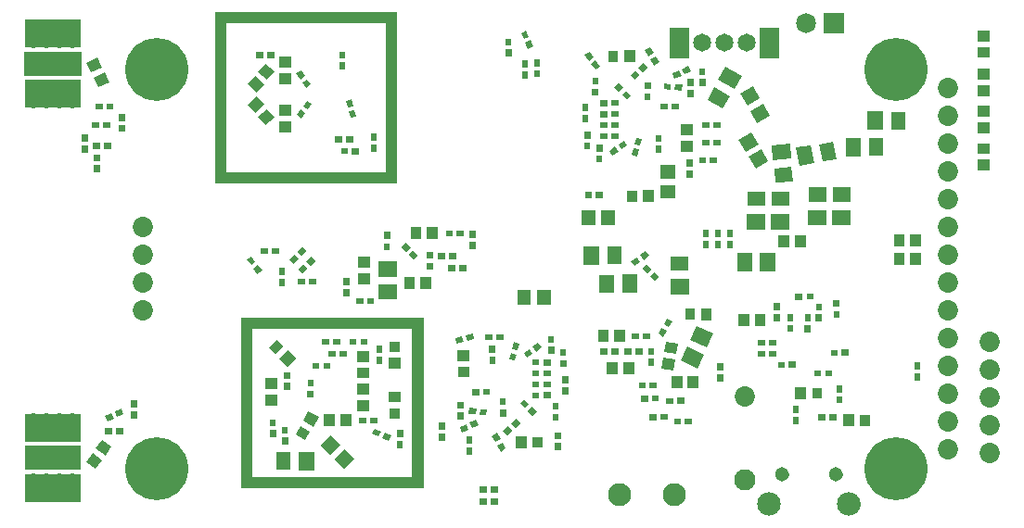
<source format=gbs>
G04 start of page 9 for group -4062 idx -4062 *
G04 Title: v2_0, soldermask *
G04 Creator: pcb 4.2.0 *
G04 CreationDate: Tue Sep 24 08:28:18 2019 UTC *
G04 For: user *
G04 Format: Gerber/RS-274X *
G04 PCB-Dimensions (mm): 140.00 90.00 *
G04 PCB-Coordinate-Origin: lower left *
%MOMM*%
%FSLAX43Y43*%
%LNGBS*%
%ADD137C,1.950*%
%ADD136C,1.100*%
%ADD135C,5.750*%
%ADD134C,2.152*%
%ADD133C,2.102*%
%ADD132C,1.302*%
%ADD131C,1.952*%
%ADD130C,1.552*%
%ADD129C,1.826*%
%ADD128C,0.002*%
%ADD127C,0.852*%
%ADD126C,1.652*%
%ADD125C,1.852*%
G54D125*X103700Y63300D03*
Y60750D03*
Y58200D03*
Y55700D03*
Y53150D03*
Y50600D03*
G54D126*X85300Y67400D03*
X83300D03*
X81300D03*
G54D127*X87400D03*
G54D128*G36*
X92387Y70113D02*Y68287D01*
X94213D01*
Y70113D01*
X92387D01*
G37*
G54D129*X90760Y69200D03*
G54D127*X79200Y67400D03*
G54D130*X22600Y68800D03*
Y67700D03*
X23800Y68800D03*
Y67700D03*
X20200Y68800D03*
Y67700D03*
X21400Y68800D03*
Y67700D03*
X20200Y63300D03*
Y62200D03*
X21400Y63300D03*
X22600D03*
X23800D03*
X21400Y62200D03*
X22600D03*
X23800D03*
G54D125*X30200Y50600D03*
Y48050D03*
Y45500D03*
Y43000D03*
X103700Y48050D03*
Y45500D03*
X85200Y35100D03*
G54D131*Y27500D03*
G54D132*X88550Y28000D03*
X93450D03*
G54D125*X103700Y43000D03*
Y40450D03*
Y37900D03*
Y35350D03*
Y32800D03*
Y30250D03*
G54D133*X78700Y26100D03*
G54D134*X87350Y25300D03*
X94650D03*
G54D133*X73700Y26100D03*
G54D125*X107500Y35000D03*
Y37550D03*
Y40100D03*
Y32500D03*
Y29950D03*
G54D130*X23800Y26200D03*
Y27300D03*
X22600Y26200D03*
Y27300D03*
X21400Y26200D03*
Y27300D03*
X20200Y26200D03*
Y27300D03*
X23800Y31700D03*
Y32800D03*
X22600Y31700D03*
Y32800D03*
X21400Y31700D03*
Y32800D03*
X20200Y31700D03*
Y32800D03*
G54D135*X31500Y65000D03*
X99000Y28500D03*
X31500D03*
X99000Y65000D03*
G54D128*G36*
X101179Y38229D02*X100621D01*
Y37571D01*
X101179D01*
Y38229D01*
G37*
G36*
Y37229D02*X100621D01*
Y36571D01*
X101179D01*
Y37229D01*
G37*
G36*
X101250Y48250D02*X100250D01*
Y47150D01*
X101250D01*
Y48250D01*
G37*
G36*
X99750D02*X98750D01*
Y47150D01*
X99750D01*
Y48250D01*
G37*
G36*
X101250Y49950D02*X100250D01*
Y48850D01*
X101250D01*
Y49950D01*
G37*
G36*
X99750D02*X98750D01*
Y48850D01*
X99750D01*
Y49950D01*
G37*
G36*
X88196Y38254D02*Y37746D01*
X88804D01*
Y38254D01*
X88196D01*
G37*
G36*
X87371Y39279D02*Y38721D01*
X88029D01*
Y39279D01*
X87371D01*
G37*
G36*
X87950Y48250D02*X86550D01*
Y46550D01*
X87950D01*
Y48250D01*
G37*
G36*
X86371Y39279D02*Y38721D01*
X87029D01*
Y39279D01*
X86371D01*
G37*
G36*
X87371Y40279D02*Y39721D01*
X88029D01*
Y40279D01*
X87371D01*
G37*
G36*
X89579Y42629D02*X89021D01*
Y41971D01*
X89579D01*
Y42629D01*
G37*
G36*
X89554Y41604D02*X89046D01*
Y40996D01*
X89554D01*
Y41604D01*
G37*
G36*
X86371Y40279D02*Y39721D01*
X87029D01*
Y40279D01*
X86371D01*
G37*
G36*
X94079Y35129D02*X93521D01*
Y34471D01*
X94079D01*
Y35129D01*
G37*
G36*
Y36129D02*X93521D01*
Y35471D01*
X94079D01*
Y36129D01*
G37*
G36*
X93971Y39379D02*Y38821D01*
X94629D01*
Y39379D01*
X93971D01*
G37*
G36*
X95150Y33450D02*X94150D01*
Y32350D01*
X95150D01*
Y33450D01*
G37*
G36*
X96600Y33400D02*X95700D01*
Y32400D01*
X96600D01*
Y33400D01*
G37*
G36*
X93754Y42904D02*X93246D01*
Y42296D01*
X93754D01*
Y42904D01*
G37*
G36*
X93779Y43929D02*X93221D01*
Y43271D01*
X93779D01*
Y43929D01*
G37*
G36*
X89171Y38279D02*Y37721D01*
X89829D01*
Y38279D01*
X89171D01*
G37*
G36*
X90750Y35950D02*X89750D01*
Y34850D01*
X90750D01*
Y35950D01*
G37*
G36*
X92996Y39354D02*Y38846D01*
X93604D01*
Y39354D01*
X92996D01*
G37*
G36*
X91471Y37479D02*Y36921D01*
X92129D01*
Y37479D01*
X91471D01*
G37*
G36*
X92496Y37454D02*Y36946D01*
X93104D01*
Y37454D01*
X92496D01*
G37*
G36*
X92200Y35900D02*X91300D01*
Y34900D01*
X92200D01*
Y35900D01*
G37*
G36*
X90079Y34229D02*X89521D01*
Y33571D01*
X90079D01*
Y34229D01*
G37*
G36*
Y33229D02*X89521D01*
Y32571D01*
X90079D01*
Y33229D01*
G37*
G36*
X92871Y33479D02*Y32921D01*
X93529D01*
Y33479D01*
X92871D01*
G37*
G36*
X91871D02*Y32921D01*
X92529D01*
Y33479D01*
X91871D01*
G37*
G54D136*X88500Y28000D02*X88600D01*
X93400D02*X93500D01*
G54D137*X87300Y25300D02*X87400D01*
X94600D02*X94700D01*
G54D128*G36*
X88379Y43629D02*X87821D01*
Y42971D01*
X88379D01*
Y43629D01*
G37*
G36*
Y42629D02*X87821D01*
Y41971D01*
X88379D01*
Y42629D01*
G37*
G36*
X85550Y42650D02*X84550D01*
Y41550D01*
X85550D01*
Y42650D01*
G37*
G36*
X87050D02*X86050D01*
Y41550D01*
X87050D01*
Y42650D01*
G37*
G36*
X91154Y42604D02*X90646D01*
Y41996D01*
X91154D01*
Y42604D01*
G37*
G36*
X92154Y43604D02*X91646D01*
Y42996D01*
X92154D01*
Y43604D01*
G37*
G36*
X92179Y42629D02*X91621D01*
Y41971D01*
X92179D01*
Y42629D01*
G37*
G36*
X91179Y41629D02*X90621D01*
Y40971D01*
X91179D01*
Y41629D01*
G37*
G36*
X83179Y38129D02*X82621D01*
Y37471D01*
X83179D01*
Y38129D01*
G37*
G36*
Y37129D02*X82621D01*
Y36471D01*
X83179D01*
Y37129D01*
G37*
G36*
X76471Y36379D02*Y35821D01*
X77129D01*
Y36379D01*
X76471D01*
G37*
G36*
X75496Y36354D02*Y35846D01*
X76104D01*
Y36354D01*
X75496D01*
G37*
G36*
X76879Y38529D02*X76321D01*
Y37871D01*
X76879D01*
Y38529D01*
G37*
G36*
Y39529D02*X76321D01*
Y38871D01*
X76879D01*
Y39529D01*
G37*
G36*
X76918Y46441D02*X76559Y46082D01*
X76989Y45652D01*
X77348Y46011D01*
X76918Y46441D01*
G37*
G36*
X76211Y47183D02*X75817Y46789D01*
X76282Y46324D01*
X76676Y46718D01*
X76211Y47183D01*
G37*
G36*
X76439Y47947D02*X76119Y48404D01*
X75580Y48027D01*
X75900Y47570D01*
X76439Y47947D01*
G37*
G36*
X75620Y47373D02*X75300Y47830D01*
X74761Y47453D01*
X75081Y46996D01*
X75620Y47373D01*
G37*
G36*
X75050Y38250D02*X74050D01*
Y37150D01*
X75050D01*
Y38250D01*
G37*
G36*
X75671Y35179D02*Y34621D01*
X76329D01*
Y35179D01*
X75671D01*
G37*
G36*
X76696Y35154D02*Y34646D01*
X77304D01*
Y35154D01*
X76696D01*
G37*
G36*
X73550Y38250D02*X72550D01*
Y37150D01*
X73550D01*
Y38250D01*
G37*
G36*
X72971Y39479D02*Y38921D01*
X73629D01*
Y39479D01*
X72971D01*
G37*
G36*
X71971D02*Y38921D01*
X72629D01*
Y39479D01*
X71971D01*
G37*
G36*
X72750Y41150D02*X71750D01*
Y40050D01*
X72750D01*
Y41150D01*
G37*
G36*
X74250D02*X73250D01*
Y40050D01*
X74250D01*
Y41150D01*
G37*
G36*
X74171Y39479D02*Y38921D01*
X74829D01*
Y39479D01*
X74171D01*
G37*
G36*
X75171D02*Y38921D01*
X75829D01*
Y39479D01*
X75171D01*
G37*
G36*
X74871Y40879D02*Y40321D01*
X75529D01*
Y40879D01*
X74871D01*
G37*
G36*
X75871D02*Y40321D01*
X76529D01*
Y40879D01*
X75871D01*
G37*
G36*
X79671Y33079D02*Y32521D01*
X80329D01*
Y33079D01*
X79671D01*
G37*
G36*
X80769Y41545D02*X80178Y40276D01*
X81719Y39558D01*
X82310Y40827D01*
X80769Y41545D01*
G37*
G36*
X80600Y43100D02*X79700D01*
Y42100D01*
X80600D01*
Y43100D01*
G37*
G36*
X82150Y43150D02*X81150D01*
Y42050D01*
X82150D01*
Y43150D01*
G37*
G36*
X80950Y36950D02*X79950D01*
Y35850D01*
X80950D01*
Y36950D01*
G37*
G36*
X79450D02*X78450D01*
Y35850D01*
X79450D01*
Y36950D01*
G37*
G36*
X78971Y34979D02*Y34421D01*
X79629D01*
Y34979D01*
X78971D01*
G37*
G36*
X77996Y34954D02*Y34446D01*
X78604D01*
Y34954D01*
X77996D01*
G37*
G36*
X77976Y40127D02*X77802Y39142D01*
X78885Y38951D01*
X79059Y39935D01*
X77976Y40127D01*
G37*
G36*
X78056Y41113D02*X77573Y41391D01*
X77244Y40821D01*
X77727Y40543D01*
X78056Y41113D01*
G37*
G36*
X78522Y41969D02*X78082Y42223D01*
X77778Y41697D01*
X78218Y41443D01*
X78522Y41969D01*
G37*
G36*
X77715Y38649D02*X77541Y37665D01*
X78624Y37473D01*
X78798Y38458D01*
X77715Y38649D01*
G37*
G36*
X79881Y39642D02*X79290Y38373D01*
X80831Y37655D01*
X81422Y38924D01*
X79881Y39642D01*
G37*
G36*
X78696Y33054D02*Y32546D01*
X79304D01*
Y33054D01*
X78696D01*
G37*
G36*
X77496Y33454D02*Y32946D01*
X78104D01*
Y33454D01*
X77496D01*
G37*
G36*
X76471Y33479D02*Y32921D01*
X77129D01*
Y33479D01*
X76471D01*
G37*
G36*
X71525Y52125D02*X70275D01*
Y50775D01*
X71525D01*
Y52125D01*
G37*
G36*
X73325D02*X72075D01*
Y50775D01*
X73325D01*
Y52125D01*
G37*
G36*
X93150Y52150D02*Y50750D01*
X94850D01*
Y52150D01*
X93150D01*
G37*
G36*
X93200Y54200D02*Y52900D01*
X94800D01*
Y54200D01*
X93200D01*
G37*
G36*
X90950Y52150D02*Y50750D01*
X92650D01*
Y52150D01*
X90950D01*
G37*
G36*
X91000Y54200D02*Y52900D01*
X92600D01*
Y54200D01*
X91000D01*
G37*
G36*
X89771Y44479D02*Y43921D01*
X90429D01*
Y44479D01*
X89771D01*
G37*
G36*
X90750Y49850D02*X89750D01*
Y48750D01*
X90750D01*
Y49850D01*
G37*
G36*
X89250D02*X88250D01*
Y48750D01*
X89250D01*
Y49850D01*
G37*
G36*
X90796Y44454D02*Y43946D01*
X91404D01*
Y44454D01*
X90796D01*
G37*
G36*
X85350Y51750D02*Y50350D01*
X87050D01*
Y51750D01*
X85350D01*
G37*
G36*
X85400Y53800D02*Y52500D01*
X87000D01*
Y53800D01*
X85400D01*
G37*
G36*
X87550Y51750D02*Y50350D01*
X89250D01*
Y51750D01*
X87550D01*
G37*
G36*
X87600Y53800D02*Y52500D01*
X89200D01*
Y53800D01*
X87600D01*
G37*
G36*
X85850Y48250D02*X84450D01*
Y46550D01*
X85850D01*
Y48250D01*
G37*
G36*
X61471Y40779D02*Y40221D01*
X62129D01*
Y40779D01*
X61471D01*
G37*
G36*
X58950Y39350D02*Y38350D01*
X60050D01*
Y39350D01*
X58950D01*
G37*
G36*
X59000Y37800D02*Y36900D01*
X60000D01*
Y37800D01*
X59000D01*
G37*
G36*
X60473Y40345D02*X60329Y40884D01*
X59693Y40714D01*
X59837Y40175D01*
X60473Y40345D01*
G37*
G36*
X59507Y40086D02*X59363Y40625D01*
X58727Y40455D01*
X58871Y39916D01*
X59507Y40086D01*
G37*
G36*
X62379Y39729D02*X61821D01*
Y39071D01*
X62379D01*
Y39729D01*
G37*
G36*
X62354Y38704D02*X61846D01*
Y38096D01*
X62354D01*
Y38704D01*
G37*
G36*
X61296Y35754D02*Y35246D01*
X61904D01*
Y35754D01*
X61296D01*
G37*
G36*
X60271Y35779D02*Y35221D01*
X60929D01*
Y35779D01*
X60271D01*
G37*
G36*
X65011Y34848D02*X64652Y34489D01*
X65082Y34059D01*
X65441Y34418D01*
X65011Y34848D01*
G37*
G36*
X65718Y34176D02*X65324Y33782D01*
X65789Y33317D01*
X66183Y33711D01*
X65718Y34176D01*
G37*
G36*
X63379Y33929D02*X62821D01*
Y33271D01*
X63379D01*
Y33929D01*
G37*
G36*
X66700Y31400D02*X65800D01*
Y30400D01*
X66700D01*
Y31400D01*
G37*
G36*
X65250Y31450D02*X64250D01*
Y30350D01*
X65250D01*
Y31450D01*
G37*
G36*
X63027Y30891D02*X62544Y30613D01*
X62873Y30043D01*
X63356Y30321D01*
X63027Y30891D01*
G37*
G36*
X62527Y31757D02*X62044Y31479D01*
X62373Y30909D01*
X62856Y31187D01*
X62527Y31757D01*
G37*
G36*
X64714Y32619D02*X64356Y33047D01*
X63852Y32624D01*
X64210Y32196D01*
X64714Y32619D01*
G37*
G36*
X63948Y31976D02*X63590Y32404D01*
X63086Y31981D01*
X63444Y31553D01*
X63948Y31976D01*
G37*
G36*
X59479Y33629D02*X58921D01*
Y32971D01*
X59479D01*
Y33629D01*
G37*
G36*
X59963Y32075D02*X59727Y32580D01*
X59131Y32303D01*
X59366Y31797D01*
X59963Y32075D01*
G37*
G36*
X60869Y32497D02*X60634Y33003D01*
X60037Y32725D01*
X60273Y32220D01*
X60869Y32497D01*
G37*
G36*
X59479Y34629D02*X58921D01*
Y33971D01*
X59479D01*
Y34629D01*
G37*
G36*
X55825Y42325D02*X54775D01*
Y26675D01*
X55825D01*
Y42325D01*
G37*
G36*
X57779Y32729D02*X57221D01*
Y32071D01*
X57779D01*
Y32729D01*
G37*
G36*
Y31729D02*X57221D01*
Y31071D01*
X57779D01*
Y31729D01*
G37*
G36*
X61018Y33945D02*X60974Y33439D01*
X61579Y33386D01*
X61623Y33892D01*
X61018Y33945D01*
G37*
G36*
X61971Y25779D02*Y25221D01*
X62629D01*
Y25779D01*
X61971D01*
G37*
G36*
X60971D02*Y25221D01*
X61629D01*
Y25779D01*
X60971D01*
G37*
G36*
X61971Y26879D02*Y26321D01*
X62629D01*
Y26879D01*
X61971D01*
G37*
G36*
X60971D02*Y26321D01*
X61629D01*
Y26879D01*
X60971D01*
G37*
G36*
X59999Y34059D02*X59950Y33503D01*
X60606Y33446D01*
X60654Y34002D01*
X59999Y34059D01*
G37*
G36*
X60254Y30404D02*X59746D01*
Y29796D01*
X60254D01*
Y30404D01*
G37*
G36*
X60279Y31429D02*X59721D01*
Y30771D01*
X60279D01*
Y31429D01*
G37*
G36*
X51378Y32170D02*X51164Y31709D01*
X51715Y31453D01*
X51930Y31913D01*
X51378Y32170D01*
G37*
G36*
X52273Y31780D02*X52037Y31275D01*
X52634Y30997D01*
X52869Y31503D01*
X52273Y31780D01*
G37*
G36*
X42354Y33004D02*X41846D01*
Y32396D01*
X42354D01*
Y33004D01*
G37*
G36*
X42379Y32029D02*X41821D01*
Y31371D01*
X42379D01*
Y32029D01*
G37*
G36*
X43454Y32304D02*X42946D01*
Y31696D01*
X43454D01*
Y32304D01*
G37*
G36*
X43479Y31329D02*X42921D01*
Y30671D01*
X43479D01*
Y31329D01*
G37*
G36*
X44591Y32387D02*X44141Y31607D01*
X45007Y31107D01*
X45457Y31887D01*
X44591Y32387D01*
G37*
G36*
X45323Y33754D02*X44823Y32888D01*
X45775Y32338D01*
X46275Y33204D01*
X45323Y33754D01*
G37*
G36*
X50996Y33154D02*Y32646D01*
X51604D01*
Y33154D01*
X50996D01*
G37*
G36*
X49971Y33179D02*Y32621D01*
X50629D01*
Y33179D01*
X49971D01*
G37*
G36*
X49750Y34750D02*Y33750D01*
X50850D01*
Y34750D01*
X49750D01*
G37*
G36*
X53750Y34550D02*X53750Y35550D01*
X52650Y35550D01*
X52650Y34550D01*
X53750Y34550D01*
G37*
G36*
X52700Y34000D02*Y33100D01*
X53700D01*
Y34000D01*
X52700D01*
G37*
G36*
X49750Y36250D02*Y35250D01*
X50850D01*
Y36250D01*
X49750D01*
G37*
G36*
X53954Y31004D02*X53446D01*
Y30396D01*
X53954D01*
Y31004D01*
G37*
G36*
X53979Y32029D02*X53421D01*
Y31371D01*
X53979D01*
Y32029D01*
G37*
G36*
X39175Y27725D02*Y26675D01*
X55825D01*
Y27725D01*
X39175D01*
G37*
G36*
X40225Y42325D02*X39175D01*
Y26675D01*
X40225D01*
Y42325D01*
G37*
G36*
X41350Y35250D02*Y34250D01*
X42450D01*
Y35250D01*
X41350D01*
G37*
G36*
X43700Y30000D02*X42400D01*
Y28400D01*
X43700D01*
Y30000D01*
G37*
G36*
X41350Y36750D02*Y35750D01*
X42450D01*
Y36750D01*
X41350D01*
G37*
G36*
X43679Y37329D02*X43121D01*
Y36671D01*
X43679D01*
Y37329D01*
G37*
G36*
Y36329D02*X43121D01*
Y35671D01*
X43679D01*
Y36329D01*
G37*
G36*
X44173Y38605D02*X43466Y39312D01*
X42688Y38534D01*
X43395Y37827D01*
X44173Y38605D01*
G37*
G36*
X43041Y39666D02*X42405Y40302D01*
X41698Y39595D01*
X42334Y38959D01*
X43041Y39666D01*
G37*
G36*
X46696Y38154D02*Y37646D01*
X47304D01*
Y38154D01*
X46696D01*
G37*
G36*
X45671Y38179D02*Y37621D01*
X46329D01*
Y38179D01*
X45671D01*
G37*
G36*
X45779Y35629D02*X45221D01*
Y34971D01*
X45779D01*
Y35629D01*
G37*
G36*
X45754Y36604D02*X45246D01*
Y35996D01*
X45754D01*
Y36604D01*
G37*
G36*
X49750Y39250D02*Y38250D01*
X50850D01*
Y39250D01*
X49750D01*
G37*
G36*
X45850Y30050D02*X44450D01*
Y28350D01*
X45850D01*
Y30050D01*
G37*
G36*
X49250Y33450D02*X48250D01*
Y32350D01*
X49250D01*
Y33450D01*
G37*
G36*
X47750D02*X46750D01*
Y32350D01*
X47750D01*
Y33450D01*
G37*
G36*
X49520Y29407D02*X48635Y30289D01*
X47682Y29333D01*
X48567Y28450D01*
X49520Y29407D01*
G37*
G36*
X48248Y30676D02*X47365Y31562D01*
X46409Y30609D01*
X47291Y29723D01*
X48248Y30676D01*
G37*
G36*
X49750Y37750D02*Y36750D01*
X50850D01*
Y37750D01*
X49750D01*
G37*
G36*
X52079Y38729D02*X51521D01*
Y38071D01*
X52079D01*
Y38729D01*
G37*
G36*
Y39729D02*X51521D01*
Y39071D01*
X52079D01*
Y39729D01*
G37*
G36*
X52700Y40100D02*Y39200D01*
X53700D01*
Y40100D01*
X52700D01*
G37*
G36*
X52650Y38650D02*Y37650D01*
X53750D01*
Y38650D01*
X52650D01*
G37*
G36*
X41971Y48679D02*Y48121D01*
X42629D01*
Y48679D01*
X41971D01*
G37*
G36*
X40996Y48654D02*Y48146D01*
X41604D01*
Y48654D01*
X40996D01*
G37*
G36*
X52754Y49104D02*X52246D01*
Y48496D01*
X52754D01*
Y49104D01*
G37*
G36*
X52779Y50129D02*X52221D01*
Y49471D01*
X52779D01*
Y50129D01*
G37*
G36*
X49850Y46350D02*Y45350D01*
X50950D01*
Y46350D01*
X49850D01*
G37*
G36*
X51750Y47450D02*Y46050D01*
X53450D01*
Y47450D01*
X51750D01*
G37*
G36*
Y45350D02*Y43950D01*
X53450D01*
Y45350D01*
X51750D01*
G37*
G36*
X54889Y48447D02*X54494Y48052D01*
X54960Y47587D01*
X55354Y47982D01*
X54889Y48447D01*
G37*
G36*
X54182Y49154D02*X53787Y48760D01*
X54252Y48294D01*
X54647Y48689D01*
X54182Y49154D01*
G37*
G36*
X49850Y47850D02*Y46850D01*
X50950D01*
Y47850D01*
X49850D01*
G37*
G36*
X55050Y46050D02*X54050D01*
Y44950D01*
X55050D01*
Y46050D01*
G37*
G36*
X56550D02*X55550D01*
Y44950D01*
X56550D01*
Y46050D01*
G37*
G36*
X40147Y47904D02*X39731Y47613D01*
X40080Y47115D01*
X40496Y47406D01*
X40147Y47904D01*
G37*
G36*
X40727Y47120D02*X40270Y46800D01*
X40647Y46261D01*
X41104Y46581D01*
X40727Y47120D01*
G37*
G36*
X43179Y46829D02*X42621D01*
Y46171D01*
X43179D01*
Y46829D01*
G37*
G36*
X44476Y47682D02*X44082Y48076D01*
X43617Y47611D01*
X44011Y47217D01*
X44476Y47682D01*
G37*
G36*
X45183Y48389D02*X44789Y48783D01*
X44324Y48318D01*
X44718Y47924D01*
X45183Y48389D01*
G37*
G36*
X45276Y46782D02*X44882Y47176D01*
X44417Y46711D01*
X44811Y46317D01*
X45276Y46782D01*
G37*
G36*
X45983Y47489D02*X45589Y47883D01*
X45124Y47418D01*
X45518Y47024D01*
X45983Y47489D01*
G37*
G36*
X57150Y50550D02*X56150D01*
Y49450D01*
X57150D01*
Y50550D01*
G37*
G36*
X55650D02*X54650D01*
Y49450D01*
X55650D01*
Y50550D01*
G37*
G36*
X60579Y49229D02*X60021D01*
Y48571D01*
X60579D01*
Y49229D01*
G37*
G36*
Y50229D02*X60021D01*
Y49571D01*
X60579D01*
Y50229D01*
G37*
G36*
X58871Y50279D02*Y49721D01*
X59529D01*
Y50279D01*
X58871D01*
G37*
G36*
X57871D02*Y49721D01*
X58529D01*
Y50279D01*
X57871D01*
G37*
G36*
X57171Y48179D02*Y47621D01*
X57829D01*
Y48179D01*
X57171D01*
G37*
G36*
X58171D02*Y47621D01*
X58829D01*
Y48179D01*
X58171D01*
G37*
G36*
X56679Y48329D02*X56121D01*
Y47671D01*
X56679D01*
Y48329D01*
G37*
G36*
Y47329D02*X56121D01*
Y46671D01*
X56679D01*
Y47329D01*
G37*
G36*
X68379Y30829D02*X67821D01*
Y30171D01*
X68379D01*
Y30829D01*
G37*
G36*
Y31829D02*X67821D01*
Y31171D01*
X68379D01*
Y31829D01*
G37*
G36*
X68154Y33504D02*X67646D01*
Y32896D01*
X68154D01*
Y33504D01*
G37*
G36*
X68179Y34529D02*X67621D01*
Y33871D01*
X68179D01*
Y34529D01*
G37*
G36*
X62471Y40779D02*Y40221D01*
X63129D01*
Y40779D01*
X62471D01*
G37*
G36*
X67754Y40604D02*X67246D01*
Y39996D01*
X67754D01*
Y40604D01*
G37*
G36*
X67779Y39629D02*X67221D01*
Y38971D01*
X67779D01*
Y39629D01*
G37*
G36*
X65796Y38454D02*Y37946D01*
X66404D01*
Y38454D01*
X65796D01*
G37*
G36*
X66771Y38479D02*Y37921D01*
X67429D01*
Y38479D01*
X66771D01*
G37*
G36*
X65785Y38980D02*X65494Y39396D01*
X64996Y39047D01*
X65287Y38631D01*
X65785Y38980D01*
G37*
G36*
X66639Y39547D02*X66319Y40004D01*
X65780Y39627D01*
X66100Y39170D01*
X66639Y39547D01*
G37*
G36*
X64584Y39929D02*X64045Y40073D01*
X63875Y39437D01*
X64414Y39293D01*
X64584Y39929D01*
G37*
G36*
X64295Y38945D02*X63804Y39076D01*
X63646Y38489D01*
X64137Y38358D01*
X64295Y38945D01*
G37*
G36*
X67425Y44825D02*X66175D01*
Y43475D01*
X67425D01*
Y44825D01*
G37*
G36*
X65625D02*X64375D01*
Y43475D01*
X65625D01*
Y44825D01*
G37*
G36*
X39175Y42325D02*Y41275D01*
X55825D01*
Y42325D01*
X39175D01*
G37*
G36*
X47596Y40354D02*Y39846D01*
X48204D01*
Y40354D01*
X47596D01*
G37*
G36*
X46571Y40379D02*Y39821D01*
X47229D01*
Y40379D01*
X46571D01*
G37*
G36*
X48196Y39254D02*Y38746D01*
X48804D01*
Y39254D01*
X48196D01*
G37*
G36*
X47171Y39279D02*Y38721D01*
X47829D01*
Y39279D01*
X47171D01*
G37*
G36*
X49079Y45929D02*X48521D01*
Y45271D01*
X49079D01*
Y45929D01*
G37*
G36*
Y44929D02*X48521D01*
Y44271D01*
X49079D01*
Y44929D01*
G37*
G36*
X49096Y40354D02*Y39846D01*
X49704D01*
Y40354D01*
X49096D01*
G37*
G36*
X50071Y40379D02*Y39821D01*
X50729D01*
Y40379D01*
X50071D01*
G37*
G36*
X49671Y44079D02*Y43521D01*
X50329D01*
Y44079D01*
X49671D01*
G37*
G36*
X50696Y44054D02*Y43546D01*
X51304D01*
Y44054D01*
X50696D01*
G37*
G36*
X43179Y45829D02*X42621D01*
Y45171D01*
X43179D01*
Y45829D01*
G37*
G36*
X45371Y45879D02*Y45321D01*
X46029D01*
Y45879D01*
X45371D01*
G37*
G36*
X44371D02*Y45321D01*
X45029D01*
Y45879D01*
X44371D01*
G37*
G36*
X69079Y36929D02*X68521D01*
Y36271D01*
X69079D01*
Y36929D01*
G37*
G36*
Y35929D02*X68521D01*
Y35271D01*
X69079D01*
Y35929D01*
G37*
G36*
X68854Y39404D02*X68346D01*
Y38796D01*
X68854D01*
Y39404D01*
G37*
G36*
X68879Y38429D02*X68321D01*
Y37771D01*
X68879D01*
Y38429D01*
G37*
G36*
X65796Y36454D02*Y35946D01*
X66404D01*
Y36454D01*
X65796D01*
G37*
G36*
X66771Y37479D02*Y36921D01*
X67429D01*
Y37479D01*
X66771D01*
G37*
G36*
X65796Y37454D02*Y36946D01*
X66404D01*
Y37454D01*
X65796D01*
G37*
G36*
X66771Y36479D02*Y35921D01*
X67429D01*
Y36479D01*
X66771D01*
G37*
G36*
X65796Y35454D02*Y34946D01*
X66404D01*
Y35454D01*
X65796D01*
G37*
G36*
X66771Y35479D02*Y34921D01*
X67429D01*
Y35479D01*
X66771D01*
G37*
G36*
X63354Y34904D02*X62846D01*
Y34296D01*
X63354D01*
Y34904D01*
G37*
G36*
X19400Y66600D02*Y64400D01*
X24600D01*
Y66600D01*
X19400D01*
G37*
G36*
X19475Y64025D02*Y61475D01*
X24525D01*
Y64025D01*
X19475D01*
G37*
G36*
Y69525D02*Y66975D01*
X24525D01*
Y69525D01*
X19475D01*
G37*
G36*
X19425Y30575D02*Y28425D01*
X24575D01*
Y30575D01*
X19425D01*
G37*
G36*
X19475Y28025D02*Y25475D01*
X24525D01*
Y28025D01*
X19475D01*
G37*
G36*
Y33525D02*Y30975D01*
X24525D01*
Y33525D01*
X19475D01*
G37*
G36*
X25179Y58029D02*X24621D01*
Y57371D01*
X25179D01*
Y58029D01*
G37*
G36*
Y59029D02*X24621D01*
Y58371D01*
X25179D01*
Y59029D01*
G37*
G36*
X25671Y58279D02*Y57721D01*
X26329D01*
Y58279D01*
X25671D01*
G37*
G36*
X26671D02*Y57721D01*
X27329D01*
Y58279D01*
X26671D01*
G37*
G36*
X26279Y56229D02*X25721D01*
Y55571D01*
X26279D01*
Y56229D01*
G37*
G36*
Y57229D02*X25721D01*
Y56571D01*
X26279D01*
Y57229D01*
G37*
G36*
X25571Y60179D02*Y59621D01*
X26229D01*
Y60179D01*
X25571D01*
G37*
G36*
X26571D02*Y59621D01*
X27229D01*
Y60179D01*
X26571D01*
G37*
G36*
X25871Y61879D02*Y61321D01*
X26529D01*
Y61879D01*
X25871D01*
G37*
G36*
X26871D02*Y61321D01*
X27529D01*
Y61879D01*
X26871D01*
G37*
G36*
X28579Y60929D02*X28021D01*
Y60271D01*
X28579D01*
Y60929D01*
G37*
G36*
Y59929D02*X28021D01*
Y59271D01*
X28579D01*
Y59929D01*
G37*
G36*
X27127Y63799D02*X26704Y64706D01*
X25707Y64241D01*
X26129Y63335D01*
X27127Y63799D01*
G37*
G36*
X26493Y65159D02*X26071Y66065D01*
X25073Y65601D01*
X25496Y64694D01*
X26493Y65159D01*
G37*
G36*
X26466Y31139D02*X25893Y30320D01*
X26794Y29689D01*
X27367Y30509D01*
X26466Y31139D01*
G37*
G36*
X25606Y29911D02*X25033Y29091D01*
X25934Y28461D01*
X26507Y29280D01*
X25606Y29911D01*
G37*
G36*
X26771Y32179D02*Y31621D01*
X27429D01*
Y32179D01*
X26771D01*
G37*
G36*
X27771D02*Y31621D01*
X28429D01*
Y32179D01*
X27771D01*
G37*
G36*
X29679Y33729D02*X29121D01*
Y33071D01*
X29679D01*
Y33729D01*
G37*
G36*
Y34729D02*X29121D01*
Y34071D01*
X29679D01*
Y34729D01*
G37*
G36*
X27563Y33075D02*X27327Y33580D01*
X26731Y33303D01*
X26966Y32797D01*
X27563Y33075D01*
G37*
G36*
X28469Y33497D02*X28234Y34003D01*
X27637Y33725D01*
X27873Y33220D01*
X28469Y33497D01*
G37*
G36*
X53425Y70225D02*X52375D01*
Y54575D01*
X53425D01*
Y70225D01*
G37*
G36*
X59071Y47079D02*Y46521D01*
X59729D01*
Y47079D01*
X59071D01*
G37*
G36*
X58071D02*Y46521D01*
X58729D01*
Y47079D01*
X58071D01*
G37*
G36*
X42650Y61750D02*Y60750D01*
X43750D01*
Y61750D01*
X42650D01*
G37*
G36*
Y60250D02*Y59250D01*
X43750D01*
Y60250D01*
X42650D01*
G37*
G36*
X42225Y60596D02*X41582Y61362D01*
X40739Y60655D01*
X41382Y59889D01*
X42225Y60596D01*
G37*
G36*
X45070Y61024D02*X44613Y61345D01*
X44235Y60806D01*
X44692Y60486D01*
X45070Y61024D01*
G37*
G36*
X45609Y61837D02*X45192Y62129D01*
X44844Y61631D01*
X45260Y61339D01*
X45609Y61837D01*
G37*
G36*
X45220Y64085D02*X44804Y63794D01*
X45153Y63296D01*
X45569Y63587D01*
X45220Y64085D01*
G37*
G36*
X49496Y61276D02*X49005Y61145D01*
X49163Y60558D01*
X49654Y60689D01*
X49496Y61276D01*
G37*
G36*
X49255Y62273D02*X48716Y62129D01*
X48886Y61493D01*
X49425Y61637D01*
X49255Y62273D01*
G37*
G36*
X48771Y58879D02*Y58321D01*
X49429D01*
Y58879D01*
X48771D01*
G37*
G36*
X47771D02*Y58321D01*
X48429D01*
Y58879D01*
X47771D01*
G37*
G36*
X51554Y59104D02*X51046D01*
Y58496D01*
X51554D01*
Y59104D01*
G37*
G36*
X51579Y58129D02*X51021D01*
Y57471D01*
X51579D01*
Y58129D01*
G37*
G36*
X48296Y57754D02*Y57246D01*
X48904D01*
Y57754D01*
X48296D01*
G37*
G36*
X49271Y57779D02*Y57221D01*
X49929D01*
Y57779D01*
X49271D01*
G37*
G36*
X36775Y55625D02*Y54575D01*
X53425D01*
Y55625D01*
X36775D01*
G37*
G36*
X37825Y70225D02*X36775D01*
Y54575D01*
X37825D01*
Y70225D01*
G37*
G36*
X40571Y66579D02*Y66021D01*
X41229D01*
Y66579D01*
X40571D01*
G37*
G36*
X40418Y64362D02*X39775Y63596D01*
X40618Y62889D01*
X41261Y63655D01*
X40418Y64362D01*
G37*
G36*
X41261Y61745D02*X40618Y62511D01*
X39775Y61804D01*
X40418Y61038D01*
X41261Y61745D01*
G37*
G36*
X41571Y66579D02*Y66021D01*
X42229D01*
Y66579D01*
X41571D01*
G37*
G36*
X42650Y64650D02*Y63650D01*
X43750D01*
Y64650D01*
X42650D01*
G37*
G36*
Y66150D02*Y65150D01*
X43750D01*
Y66150D01*
X42650D01*
G37*
G36*
X41382Y65511D02*X40739Y64745D01*
X41582Y64038D01*
X42225Y64804D01*
X41382Y65511D01*
G37*
G36*
X44653Y64939D02*X44196Y64619D01*
X44573Y64080D01*
X45030Y64400D01*
X44653Y64939D01*
G37*
G36*
X36775Y70225D02*Y69175D01*
X53425D01*
Y70225D01*
X36775D01*
G37*
G36*
X48654Y66604D02*X48146D01*
Y65996D01*
X48654D01*
Y66604D01*
G37*
G36*
X48679Y65629D02*X48121D01*
Y64971D01*
X48679D01*
Y65629D01*
G37*
G36*
X63879Y66829D02*X63321D01*
Y66171D01*
X63879D01*
Y66829D01*
G37*
G36*
X63854Y67804D02*X63346D01*
Y67196D01*
X63854D01*
Y67804D01*
G37*
G36*
X65379Y65829D02*X64821D01*
Y65171D01*
X65379D01*
Y65829D01*
G37*
G36*
X66479Y65929D02*X65921D01*
Y65271D01*
X66479D01*
Y65929D01*
G37*
G36*
X65616Y67662D02*X65111Y67427D01*
X65389Y66830D01*
X65894Y67066D01*
X65616Y67662D01*
G37*
G36*
X65182Y68536D02*X64721Y68321D01*
X64978Y67770D01*
X65439Y67985D01*
X65182Y68536D01*
G37*
G36*
X65379Y64829D02*X64821D01*
Y64171D01*
X65379D01*
Y64829D01*
G37*
G36*
X66479Y64929D02*X65921D01*
Y64271D01*
X66479D01*
Y64929D01*
G37*
G36*
X71754Y64204D02*X71246D01*
Y63596D01*
X71754D01*
Y64204D01*
G37*
G36*
X77579Y58029D02*X77021D01*
Y57371D01*
X77579D01*
Y58029D01*
G37*
G36*
X77554Y59004D02*X77046D01*
Y58396D01*
X77554D01*
Y59004D01*
G37*
G36*
X80379Y55729D02*X79821D01*
Y55071D01*
X80379D01*
Y55729D01*
G37*
G36*
X77475Y54425D02*Y53175D01*
X78825D01*
Y54425D01*
X77475D01*
G37*
G36*
Y56225D02*Y54975D01*
X78825D01*
Y56225D01*
X77475D01*
G37*
G36*
X80379Y56729D02*X79821D01*
Y56071D01*
X80379D01*
Y56729D01*
G37*
G36*
X79350Y58450D02*Y57450D01*
X80450D01*
Y58450D01*
X79350D01*
G37*
G36*
Y59950D02*Y58950D01*
X80450D01*
Y59950D01*
X79350D01*
G37*
G36*
X71971Y61179D02*Y60621D01*
X72629D01*
Y61179D01*
X71971D01*
G37*
G36*
X70879Y60829D02*X70321D01*
Y60171D01*
X70879D01*
Y60829D01*
G37*
G36*
Y61829D02*X70321D01*
Y61171D01*
X70879D01*
Y61829D01*
G37*
G36*
X71971Y62179D02*Y61621D01*
X72629D01*
Y62179D01*
X71971D01*
G37*
G36*
X71779Y63229D02*X71221D01*
Y62571D01*
X71779D01*
Y63229D01*
G37*
G36*
X70571Y53779D02*Y53221D01*
X71229D01*
Y53779D01*
X70571D01*
G37*
G36*
X71571D02*Y53221D01*
X72229D01*
Y53779D01*
X71571D01*
G37*
G36*
X71079Y59329D02*X70521D01*
Y58671D01*
X71079D01*
Y59329D01*
G37*
G36*
X71971Y60179D02*Y59621D01*
X72629D01*
Y60179D01*
X71971D01*
G37*
G36*
X72154Y57104D02*X71646D01*
Y56496D01*
X72154D01*
Y57104D01*
G37*
G36*
X72179Y58129D02*X71621D01*
Y57471D01*
X72179D01*
Y58129D01*
G37*
G36*
X71054Y58304D02*X70546D01*
Y57696D01*
X71054D01*
Y58304D01*
G37*
G36*
X71971Y59179D02*Y58621D01*
X72629D01*
Y59179D01*
X71971D01*
G37*
G36*
X72996Y61154D02*Y60646D01*
X73604D01*
Y61154D01*
X72996D01*
G37*
G36*
Y60154D02*Y59646D01*
X73604D01*
Y60154D01*
X72996D01*
G37*
G36*
X75525Y57663D02*X74986Y57807D01*
X74816Y57171D01*
X75355Y57027D01*
X75525Y57663D01*
G37*
G36*
X75754Y58611D02*X75263Y58742D01*
X75105Y58155D01*
X75596Y58024D01*
X75754Y58611D01*
G37*
G36*
X72996Y59154D02*Y58646D01*
X73604D01*
Y59154D01*
X72996D01*
G37*
G36*
X74404Y58053D02*X74113Y58469D01*
X73615Y58120D01*
X73906Y57704D01*
X74404Y58053D01*
G37*
G36*
X73620Y57473D02*X73300Y57930D01*
X72761Y57553D01*
X73081Y57096D01*
X73620Y57473D01*
G37*
G36*
X75300Y53900D02*X74400D01*
Y52900D01*
X75300D01*
Y53900D01*
G37*
G36*
X76850Y53950D02*X75850D01*
Y52850D01*
X76850D01*
Y53950D01*
G37*
G36*
X72996Y62154D02*Y61646D01*
X73604D01*
Y62154D01*
X72996D01*
G37*
G36*
X81971Y56979D02*Y56421D01*
X82629D01*
Y56979D01*
X81971D01*
G37*
G36*
X80971D02*Y56421D01*
X81629D01*
Y56979D01*
X80971D01*
G37*
G36*
X74318Y63041D02*X73959Y62682D01*
X74389Y62252D01*
X74748Y62611D01*
X74318Y63041D01*
G37*
G36*
X73611Y63783D02*X73217Y63389D01*
X73682Y62924D01*
X74076Y63318D01*
X73611Y63783D01*
G37*
G36*
X75150Y66750D02*X74150D01*
Y65650D01*
X75150D01*
Y66750D01*
G37*
G36*
X76527Y67057D02*X76044Y66779D01*
X76373Y66209D01*
X76856Y66487D01*
X76527Y67057D01*
G37*
G36*
X77027Y66191D02*X76544Y65913D01*
X76873Y65343D01*
X77356Y65621D01*
X77027Y66191D01*
G37*
G36*
X75513Y64479D02*X75187Y64869D01*
X74721Y64478D01*
X75047Y64089D01*
X75513Y64479D01*
G37*
G36*
X76314Y65119D02*X75956Y65547D01*
X75452Y65124D01*
X75810Y64696D01*
X76314Y65119D01*
G37*
G36*
X73600Y66700D02*X72700D01*
Y65700D01*
X73600D01*
Y66700D01*
G37*
G36*
X70996Y66621D02*X70539Y66301D01*
X70916Y65762D01*
X71373Y66082D01*
X70996Y66621D01*
G37*
G36*
X71569Y65802D02*X71112Y65482D01*
X71490Y64943D01*
X71947Y65263D01*
X71569Y65802D01*
G37*
G36*
X77496Y61854D02*Y61346D01*
X78104D01*
Y61854D01*
X77496D01*
G37*
G36*
X78471Y61879D02*Y61321D01*
X79129D01*
Y61879D01*
X78471D01*
G37*
G36*
X80479Y63129D02*X79921D01*
Y62471D01*
X80479D01*
Y63129D01*
G37*
G36*
X82389Y63356D02*X81739Y62230D01*
X83125Y61430D01*
X83775Y62556D01*
X82389Y63356D01*
G37*
G36*
X77821Y63714D02*X77777Y63208D01*
X78382Y63155D01*
X78426Y63661D01*
X77821Y63714D01*
G37*
G36*
X78794Y63654D02*X78746Y63098D01*
X79401Y63041D01*
X79450Y63597D01*
X78794Y63654D01*
G37*
G36*
X88300Y68800D02*X86500D01*
Y66000D01*
X88300D01*
Y68800D01*
G37*
G36*
X80100D02*X78300D01*
Y66000D01*
X80100D01*
Y68800D01*
G37*
G36*
X80479Y64129D02*X79921D01*
Y63471D01*
X80479D01*
Y64129D01*
G37*
G36*
X80269Y64797D02*X80034Y65303D01*
X79437Y65025D01*
X79673Y64520D01*
X80269Y64797D01*
G37*
G36*
X79363Y64375D02*X79127Y64880D01*
X78531Y64603D01*
X78766Y64097D01*
X79363Y64375D01*
G37*
G36*
X81554Y65104D02*X81046D01*
Y64496D01*
X81554D01*
Y65104D01*
G37*
G36*
X81579Y64129D02*X81021D01*
Y63471D01*
X81579D01*
Y64129D01*
G37*
G36*
X83420Y65242D02*X82721Y64030D01*
X84193Y63180D01*
X84893Y64393D01*
X83420Y65242D01*
G37*
G36*
X82271Y60179D02*Y59621D01*
X82929D01*
Y60179D01*
X82271D01*
G37*
G36*
X81271D02*Y59621D01*
X81929D01*
Y60179D01*
X81271D01*
G37*
G36*
X82271Y58579D02*Y58021D01*
X82929D01*
Y58579D01*
X82271D01*
G37*
G36*
X81271D02*Y58021D01*
X81929D01*
Y58579D01*
X81271D01*
G37*
G36*
X86404Y58152D02*X85778Y59234D01*
X84609Y58557D01*
X85236Y57475D01*
X86404Y58152D01*
G37*
G36*
X87454Y60778D02*X86829Y61861D01*
X85660Y61187D01*
X86284Y60104D01*
X87454Y60778D01*
G37*
G36*
X86554Y62337D02*X85929Y63420D01*
X84760Y62745D01*
X85385Y61662D01*
X86554Y62337D01*
G37*
G36*
X73900Y48800D02*X72600D01*
Y47200D01*
X73900D01*
Y48800D01*
G37*
G36*
X71850Y48850D02*X70450D01*
Y47150D01*
X71850D01*
Y48850D01*
G37*
G36*
X73200Y46200D02*X71900D01*
Y44600D01*
X73200D01*
Y46200D01*
G37*
G36*
X75350Y46250D02*X73950D01*
Y44550D01*
X75350D01*
Y46250D01*
G37*
G36*
X78350Y45850D02*Y44450D01*
X80050D01*
Y45850D01*
X78350D01*
G37*
G36*
X78400Y47900D02*Y46600D01*
X80000D01*
Y47900D01*
X78400D01*
G37*
G36*
X84079Y49329D02*X83521D01*
Y48671D01*
X84079D01*
Y49329D01*
G37*
G36*
Y50329D02*X83521D01*
Y49671D01*
X84079D01*
Y50329D01*
G37*
G36*
X82979Y49329D02*X82421D01*
Y48671D01*
X82979D01*
Y49329D01*
G37*
G36*
Y50329D02*X82421D01*
Y49671D01*
X82979D01*
Y50329D01*
G37*
G36*
X81879Y49329D02*X81321D01*
Y48671D01*
X81879D01*
Y49329D01*
G37*
G36*
Y50329D02*X81321D01*
Y49671D01*
X81879D01*
Y50329D01*
G37*
G36*
X106450Y68550D02*Y67550D01*
X107550D01*
Y68550D01*
X106450D01*
G37*
G36*
Y67050D02*Y66050D01*
X107550D01*
Y67050D01*
X106450D01*
G37*
G36*
Y65050D02*Y64050D01*
X107550D01*
Y65050D01*
X106450D01*
G37*
G36*
X76554Y62804D02*X76046D01*
Y62196D01*
X76554D01*
Y62804D01*
G37*
G36*
X76579Y63829D02*X76021D01*
Y63171D01*
X76579D01*
Y63829D01*
G37*
G36*
X106450Y63550D02*Y62550D01*
X107550D01*
Y63550D01*
X106450D01*
G37*
G36*
Y61650D02*Y60650D01*
X107550D01*
Y61650D01*
X106450D01*
G37*
G36*
Y60150D02*Y59150D01*
X107550D01*
Y60150D01*
X106450D01*
G37*
G36*
Y56750D02*Y55750D01*
X107550D01*
Y56750D01*
X106450D01*
G37*
G36*
Y58250D02*Y57250D01*
X107550D01*
Y58250D01*
X106450D01*
G37*
G36*
X95750Y58750D02*X94350D01*
Y57050D01*
X95750D01*
Y58750D01*
G37*
G36*
X97800Y58700D02*X96500D01*
Y57100D01*
X97800D01*
Y58700D01*
G37*
G36*
X97750Y61150D02*X96350D01*
Y59450D01*
X97750D01*
Y61150D01*
G37*
G36*
X99800Y61100D02*X98500D01*
Y59500D01*
X99800D01*
Y61100D01*
G37*
G36*
X91208Y58076D02*X89829Y57833D01*
X90124Y56159D01*
X91503Y56402D01*
X91208Y58076D01*
G37*
G36*
X93236Y58383D02*X91955Y58158D01*
X92232Y56582D01*
X93513Y56807D01*
X93236Y58383D01*
G37*
G36*
X89416Y56823D02*X89294Y58217D01*
X87601Y58069D01*
X87723Y56675D01*
X89416Y56823D01*
G37*
G36*
X89545Y54776D02*X89432Y56071D01*
X87838Y55932D01*
X87951Y54637D01*
X89545Y54776D01*
G37*
G36*
X87304Y56592D02*X86679Y57674D01*
X85510Y56999D01*
X86135Y55917D01*
X87304Y56592D01*
G37*
M02*

</source>
